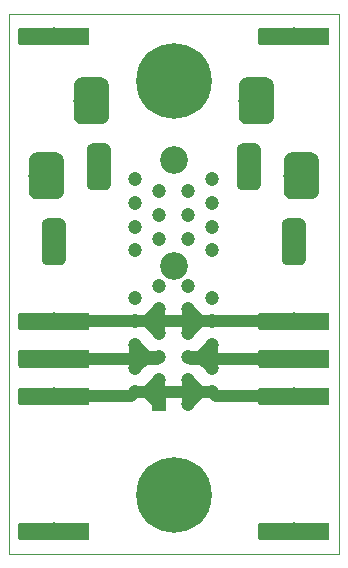
<source format=gbr>
%TF.GenerationSoftware,KiCad,Pcbnew,5.0.2-bee76a0~70~ubuntu16.04.1*%
%TF.CreationDate,2019-06-19T10:23:05+02:00*%
%TF.ProjectId,baseplate_in_output,62617365-706c-4617-9465-5f696e5f6f75,rev?*%
%TF.SameCoordinates,Original*%
%TF.FileFunction,Copper,L1,Top*%
%TF.FilePolarity,Positive*%
%FSLAX46Y46*%
G04 Gerber Fmt 4.6, Leading zero omitted, Abs format (unit mm)*
G04 Created by KiCad (PCBNEW 5.0.2-bee76a0~70~ubuntu16.04.1) date Mi 19 Jun 2019 10:23:05 CEST*
%MOMM*%
%LPD*%
G01*
G04 APERTURE LIST*
%ADD10C,0.100000*%
%ADD11R,1.200000X1.200000*%
%ADD12C,1.200000*%
%ADD13C,2.350000*%
%ADD14C,2.000000*%
%ADD15C,3.000000*%
%ADD16C,6.400000*%
%ADD17C,1.500000*%
%ADD18C,1.000000*%
G04 APERTURE END LIST*
D10*
X25400000Y-58420000D02*
X25400000Y-12700000D01*
X53340000Y-58420000D02*
X25400000Y-58420000D01*
X53340000Y-12700000D02*
X53340000Y-58420000D01*
X25400000Y-12700000D02*
X53340000Y-12700000D01*
D11*
X38100000Y-45720000D03*
D12*
X36100000Y-44720000D03*
X38100000Y-43720000D03*
X36100000Y-42720000D03*
X38100000Y-41720000D03*
X36100000Y-40720000D03*
X38100000Y-39720000D03*
X36100000Y-38720000D03*
X38100000Y-37720000D03*
X36100000Y-36720000D03*
X38100000Y-35720000D03*
X36100000Y-32720000D03*
X38100000Y-31720000D03*
X36100000Y-30720000D03*
X38100000Y-29720000D03*
X36100000Y-28720000D03*
X38100000Y-27720000D03*
X36100000Y-26720000D03*
X40600000Y-45720000D03*
X42600000Y-44720000D03*
X40600000Y-43720000D03*
X42600000Y-42720000D03*
X40600000Y-41720000D03*
X42600000Y-40720000D03*
X40600000Y-39720000D03*
X42600000Y-38720000D03*
X40600000Y-37720000D03*
X42600000Y-36720000D03*
X40600000Y-35720000D03*
X42600000Y-32720000D03*
X40600000Y-31720000D03*
X42600000Y-30720000D03*
X40600000Y-29720000D03*
X42600000Y-28720000D03*
X40600000Y-27720000D03*
X42600000Y-26720000D03*
D13*
X39350000Y-34070000D03*
X39350000Y-25070000D03*
D10*
G36*
X50079009Y-30006408D02*
X50127545Y-30013607D01*
X50175142Y-30025530D01*
X50221342Y-30042060D01*
X50265698Y-30063039D01*
X50307785Y-30088265D01*
X50347197Y-30117495D01*
X50383553Y-30150447D01*
X50416505Y-30186803D01*
X50445735Y-30226215D01*
X50470961Y-30268302D01*
X50491940Y-30312658D01*
X50508470Y-30358858D01*
X50520393Y-30406455D01*
X50527592Y-30454991D01*
X50530000Y-30504000D01*
X50530000Y-33504000D01*
X50527592Y-33553009D01*
X50520393Y-33601545D01*
X50508470Y-33649142D01*
X50491940Y-33695342D01*
X50470961Y-33739698D01*
X50445735Y-33781785D01*
X50416505Y-33821197D01*
X50383553Y-33857553D01*
X50347197Y-33890505D01*
X50307785Y-33919735D01*
X50265698Y-33944961D01*
X50221342Y-33965940D01*
X50175142Y-33982470D01*
X50127545Y-33994393D01*
X50079009Y-34001592D01*
X50030000Y-34004000D01*
X49030000Y-34004000D01*
X48980991Y-34001592D01*
X48932455Y-33994393D01*
X48884858Y-33982470D01*
X48838658Y-33965940D01*
X48794302Y-33944961D01*
X48752215Y-33919735D01*
X48712803Y-33890505D01*
X48676447Y-33857553D01*
X48643495Y-33821197D01*
X48614265Y-33781785D01*
X48589039Y-33739698D01*
X48568060Y-33695342D01*
X48551530Y-33649142D01*
X48539607Y-33601545D01*
X48532408Y-33553009D01*
X48530000Y-33504000D01*
X48530000Y-30504000D01*
X48532408Y-30454991D01*
X48539607Y-30406455D01*
X48551530Y-30358858D01*
X48568060Y-30312658D01*
X48589039Y-30268302D01*
X48614265Y-30226215D01*
X48643495Y-30186803D01*
X48676447Y-30150447D01*
X48712803Y-30117495D01*
X48752215Y-30088265D01*
X48794302Y-30063039D01*
X48838658Y-30042060D01*
X48884858Y-30025530D01*
X48932455Y-30013607D01*
X48980991Y-30006408D01*
X49030000Y-30004000D01*
X50030000Y-30004000D01*
X50079009Y-30006408D01*
X50079009Y-30006408D01*
G37*
D14*
X49530000Y-32004000D03*
D10*
G36*
X50988513Y-24419611D02*
X51061318Y-24430411D01*
X51132714Y-24448295D01*
X51202013Y-24473090D01*
X51268548Y-24504559D01*
X51331678Y-24542398D01*
X51390795Y-24586242D01*
X51445330Y-24635670D01*
X51494758Y-24690205D01*
X51538602Y-24749322D01*
X51576441Y-24812452D01*
X51607910Y-24878987D01*
X51632705Y-24948286D01*
X51650589Y-25019682D01*
X51661389Y-25092487D01*
X51665000Y-25166000D01*
X51665000Y-27666000D01*
X51661389Y-27739513D01*
X51650589Y-27812318D01*
X51632705Y-27883714D01*
X51607910Y-27953013D01*
X51576441Y-28019548D01*
X51538602Y-28082678D01*
X51494758Y-28141795D01*
X51445330Y-28196330D01*
X51390795Y-28245758D01*
X51331678Y-28289602D01*
X51268548Y-28327441D01*
X51202013Y-28358910D01*
X51132714Y-28383705D01*
X51061318Y-28401589D01*
X50988513Y-28412389D01*
X50915000Y-28416000D01*
X49415000Y-28416000D01*
X49341487Y-28412389D01*
X49268682Y-28401589D01*
X49197286Y-28383705D01*
X49127987Y-28358910D01*
X49061452Y-28327441D01*
X48998322Y-28289602D01*
X48939205Y-28245758D01*
X48884670Y-28196330D01*
X48835242Y-28141795D01*
X48791398Y-28082678D01*
X48753559Y-28019548D01*
X48722090Y-27953013D01*
X48697295Y-27883714D01*
X48679411Y-27812318D01*
X48668611Y-27739513D01*
X48665000Y-27666000D01*
X48665000Y-25166000D01*
X48668611Y-25092487D01*
X48679411Y-25019682D01*
X48697295Y-24948286D01*
X48722090Y-24878987D01*
X48753559Y-24812452D01*
X48791398Y-24749322D01*
X48835242Y-24690205D01*
X48884670Y-24635670D01*
X48939205Y-24586242D01*
X48998322Y-24542398D01*
X49061452Y-24504559D01*
X49127987Y-24473090D01*
X49197286Y-24448295D01*
X49268682Y-24430411D01*
X49341487Y-24419611D01*
X49415000Y-24416000D01*
X50915000Y-24416000D01*
X50988513Y-24419611D01*
X50988513Y-24419611D01*
G37*
D15*
X50165000Y-26416000D03*
D10*
G36*
X47178513Y-18069611D02*
X47251318Y-18080411D01*
X47322714Y-18098295D01*
X47392013Y-18123090D01*
X47458548Y-18154559D01*
X47521678Y-18192398D01*
X47580795Y-18236242D01*
X47635330Y-18285670D01*
X47684758Y-18340205D01*
X47728602Y-18399322D01*
X47766441Y-18462452D01*
X47797910Y-18528987D01*
X47822705Y-18598286D01*
X47840589Y-18669682D01*
X47851389Y-18742487D01*
X47855000Y-18816000D01*
X47855000Y-21316000D01*
X47851389Y-21389513D01*
X47840589Y-21462318D01*
X47822705Y-21533714D01*
X47797910Y-21603013D01*
X47766441Y-21669548D01*
X47728602Y-21732678D01*
X47684758Y-21791795D01*
X47635330Y-21846330D01*
X47580795Y-21895758D01*
X47521678Y-21939602D01*
X47458548Y-21977441D01*
X47392013Y-22008910D01*
X47322714Y-22033705D01*
X47251318Y-22051589D01*
X47178513Y-22062389D01*
X47105000Y-22066000D01*
X45605000Y-22066000D01*
X45531487Y-22062389D01*
X45458682Y-22051589D01*
X45387286Y-22033705D01*
X45317987Y-22008910D01*
X45251452Y-21977441D01*
X45188322Y-21939602D01*
X45129205Y-21895758D01*
X45074670Y-21846330D01*
X45025242Y-21791795D01*
X44981398Y-21732678D01*
X44943559Y-21669548D01*
X44912090Y-21603013D01*
X44887295Y-21533714D01*
X44869411Y-21462318D01*
X44858611Y-21389513D01*
X44855000Y-21316000D01*
X44855000Y-18816000D01*
X44858611Y-18742487D01*
X44869411Y-18669682D01*
X44887295Y-18598286D01*
X44912090Y-18528987D01*
X44943559Y-18462452D01*
X44981398Y-18399322D01*
X45025242Y-18340205D01*
X45074670Y-18285670D01*
X45129205Y-18236242D01*
X45188322Y-18192398D01*
X45251452Y-18154559D01*
X45317987Y-18123090D01*
X45387286Y-18098295D01*
X45458682Y-18080411D01*
X45531487Y-18069611D01*
X45605000Y-18066000D01*
X47105000Y-18066000D01*
X47178513Y-18069611D01*
X47178513Y-18069611D01*
G37*
D15*
X46355000Y-20066000D03*
D10*
G36*
X46269009Y-23656408D02*
X46317545Y-23663607D01*
X46365142Y-23675530D01*
X46411342Y-23692060D01*
X46455698Y-23713039D01*
X46497785Y-23738265D01*
X46537197Y-23767495D01*
X46573553Y-23800447D01*
X46606505Y-23836803D01*
X46635735Y-23876215D01*
X46660961Y-23918302D01*
X46681940Y-23962658D01*
X46698470Y-24008858D01*
X46710393Y-24056455D01*
X46717592Y-24104991D01*
X46720000Y-24154000D01*
X46720000Y-27154000D01*
X46717592Y-27203009D01*
X46710393Y-27251545D01*
X46698470Y-27299142D01*
X46681940Y-27345342D01*
X46660961Y-27389698D01*
X46635735Y-27431785D01*
X46606505Y-27471197D01*
X46573553Y-27507553D01*
X46537197Y-27540505D01*
X46497785Y-27569735D01*
X46455698Y-27594961D01*
X46411342Y-27615940D01*
X46365142Y-27632470D01*
X46317545Y-27644393D01*
X46269009Y-27651592D01*
X46220000Y-27654000D01*
X45220000Y-27654000D01*
X45170991Y-27651592D01*
X45122455Y-27644393D01*
X45074858Y-27632470D01*
X45028658Y-27615940D01*
X44984302Y-27594961D01*
X44942215Y-27569735D01*
X44902803Y-27540505D01*
X44866447Y-27507553D01*
X44833495Y-27471197D01*
X44804265Y-27431785D01*
X44779039Y-27389698D01*
X44758060Y-27345342D01*
X44741530Y-27299142D01*
X44729607Y-27251545D01*
X44722408Y-27203009D01*
X44720000Y-27154000D01*
X44720000Y-24154000D01*
X44722408Y-24104991D01*
X44729607Y-24056455D01*
X44741530Y-24008858D01*
X44758060Y-23962658D01*
X44779039Y-23918302D01*
X44804265Y-23876215D01*
X44833495Y-23836803D01*
X44866447Y-23800447D01*
X44902803Y-23767495D01*
X44942215Y-23738265D01*
X44984302Y-23713039D01*
X45028658Y-23692060D01*
X45074858Y-23675530D01*
X45122455Y-23663607D01*
X45170991Y-23656408D01*
X45220000Y-23654000D01*
X46220000Y-23654000D01*
X46269009Y-23656408D01*
X46269009Y-23656408D01*
G37*
D14*
X45720000Y-25654000D03*
D16*
X39370000Y-18415000D03*
X39370000Y-53415000D03*
D10*
G36*
X29759009Y-30006408D02*
X29807545Y-30013607D01*
X29855142Y-30025530D01*
X29901342Y-30042060D01*
X29945698Y-30063039D01*
X29987785Y-30088265D01*
X30027197Y-30117495D01*
X30063553Y-30150447D01*
X30096505Y-30186803D01*
X30125735Y-30226215D01*
X30150961Y-30268302D01*
X30171940Y-30312658D01*
X30188470Y-30358858D01*
X30200393Y-30406455D01*
X30207592Y-30454991D01*
X30210000Y-30504000D01*
X30210000Y-33504000D01*
X30207592Y-33553009D01*
X30200393Y-33601545D01*
X30188470Y-33649142D01*
X30171940Y-33695342D01*
X30150961Y-33739698D01*
X30125735Y-33781785D01*
X30096505Y-33821197D01*
X30063553Y-33857553D01*
X30027197Y-33890505D01*
X29987785Y-33919735D01*
X29945698Y-33944961D01*
X29901342Y-33965940D01*
X29855142Y-33982470D01*
X29807545Y-33994393D01*
X29759009Y-34001592D01*
X29710000Y-34004000D01*
X28710000Y-34004000D01*
X28660991Y-34001592D01*
X28612455Y-33994393D01*
X28564858Y-33982470D01*
X28518658Y-33965940D01*
X28474302Y-33944961D01*
X28432215Y-33919735D01*
X28392803Y-33890505D01*
X28356447Y-33857553D01*
X28323495Y-33821197D01*
X28294265Y-33781785D01*
X28269039Y-33739698D01*
X28248060Y-33695342D01*
X28231530Y-33649142D01*
X28219607Y-33601545D01*
X28212408Y-33553009D01*
X28210000Y-33504000D01*
X28210000Y-30504000D01*
X28212408Y-30454991D01*
X28219607Y-30406455D01*
X28231530Y-30358858D01*
X28248060Y-30312658D01*
X28269039Y-30268302D01*
X28294265Y-30226215D01*
X28323495Y-30186803D01*
X28356447Y-30150447D01*
X28392803Y-30117495D01*
X28432215Y-30088265D01*
X28474302Y-30063039D01*
X28518658Y-30042060D01*
X28564858Y-30025530D01*
X28612455Y-30013607D01*
X28660991Y-30006408D01*
X28710000Y-30004000D01*
X29710000Y-30004000D01*
X29759009Y-30006408D01*
X29759009Y-30006408D01*
G37*
D14*
X29210000Y-32004000D03*
D10*
G36*
X29398513Y-24419611D02*
X29471318Y-24430411D01*
X29542714Y-24448295D01*
X29612013Y-24473090D01*
X29678548Y-24504559D01*
X29741678Y-24542398D01*
X29800795Y-24586242D01*
X29855330Y-24635670D01*
X29904758Y-24690205D01*
X29948602Y-24749322D01*
X29986441Y-24812452D01*
X30017910Y-24878987D01*
X30042705Y-24948286D01*
X30060589Y-25019682D01*
X30071389Y-25092487D01*
X30075000Y-25166000D01*
X30075000Y-27666000D01*
X30071389Y-27739513D01*
X30060589Y-27812318D01*
X30042705Y-27883714D01*
X30017910Y-27953013D01*
X29986441Y-28019548D01*
X29948602Y-28082678D01*
X29904758Y-28141795D01*
X29855330Y-28196330D01*
X29800795Y-28245758D01*
X29741678Y-28289602D01*
X29678548Y-28327441D01*
X29612013Y-28358910D01*
X29542714Y-28383705D01*
X29471318Y-28401589D01*
X29398513Y-28412389D01*
X29325000Y-28416000D01*
X27825000Y-28416000D01*
X27751487Y-28412389D01*
X27678682Y-28401589D01*
X27607286Y-28383705D01*
X27537987Y-28358910D01*
X27471452Y-28327441D01*
X27408322Y-28289602D01*
X27349205Y-28245758D01*
X27294670Y-28196330D01*
X27245242Y-28141795D01*
X27201398Y-28082678D01*
X27163559Y-28019548D01*
X27132090Y-27953013D01*
X27107295Y-27883714D01*
X27089411Y-27812318D01*
X27078611Y-27739513D01*
X27075000Y-27666000D01*
X27075000Y-25166000D01*
X27078611Y-25092487D01*
X27089411Y-25019682D01*
X27107295Y-24948286D01*
X27132090Y-24878987D01*
X27163559Y-24812452D01*
X27201398Y-24749322D01*
X27245242Y-24690205D01*
X27294670Y-24635670D01*
X27349205Y-24586242D01*
X27408322Y-24542398D01*
X27471452Y-24504559D01*
X27537987Y-24473090D01*
X27607286Y-24448295D01*
X27678682Y-24430411D01*
X27751487Y-24419611D01*
X27825000Y-24416000D01*
X29325000Y-24416000D01*
X29398513Y-24419611D01*
X29398513Y-24419611D01*
G37*
D15*
X28575000Y-26416000D03*
D10*
G36*
X33208513Y-18069611D02*
X33281318Y-18080411D01*
X33352714Y-18098295D01*
X33422013Y-18123090D01*
X33488548Y-18154559D01*
X33551678Y-18192398D01*
X33610795Y-18236242D01*
X33665330Y-18285670D01*
X33714758Y-18340205D01*
X33758602Y-18399322D01*
X33796441Y-18462452D01*
X33827910Y-18528987D01*
X33852705Y-18598286D01*
X33870589Y-18669682D01*
X33881389Y-18742487D01*
X33885000Y-18816000D01*
X33885000Y-21316000D01*
X33881389Y-21389513D01*
X33870589Y-21462318D01*
X33852705Y-21533714D01*
X33827910Y-21603013D01*
X33796441Y-21669548D01*
X33758602Y-21732678D01*
X33714758Y-21791795D01*
X33665330Y-21846330D01*
X33610795Y-21895758D01*
X33551678Y-21939602D01*
X33488548Y-21977441D01*
X33422013Y-22008910D01*
X33352714Y-22033705D01*
X33281318Y-22051589D01*
X33208513Y-22062389D01*
X33135000Y-22066000D01*
X31635000Y-22066000D01*
X31561487Y-22062389D01*
X31488682Y-22051589D01*
X31417286Y-22033705D01*
X31347987Y-22008910D01*
X31281452Y-21977441D01*
X31218322Y-21939602D01*
X31159205Y-21895758D01*
X31104670Y-21846330D01*
X31055242Y-21791795D01*
X31011398Y-21732678D01*
X30973559Y-21669548D01*
X30942090Y-21603013D01*
X30917295Y-21533714D01*
X30899411Y-21462318D01*
X30888611Y-21389513D01*
X30885000Y-21316000D01*
X30885000Y-18816000D01*
X30888611Y-18742487D01*
X30899411Y-18669682D01*
X30917295Y-18598286D01*
X30942090Y-18528987D01*
X30973559Y-18462452D01*
X31011398Y-18399322D01*
X31055242Y-18340205D01*
X31104670Y-18285670D01*
X31159205Y-18236242D01*
X31218322Y-18192398D01*
X31281452Y-18154559D01*
X31347987Y-18123090D01*
X31417286Y-18098295D01*
X31488682Y-18080411D01*
X31561487Y-18069611D01*
X31635000Y-18066000D01*
X33135000Y-18066000D01*
X33208513Y-18069611D01*
X33208513Y-18069611D01*
G37*
D15*
X32385000Y-20066000D03*
D10*
G36*
X33569009Y-23656408D02*
X33617545Y-23663607D01*
X33665142Y-23675530D01*
X33711342Y-23692060D01*
X33755698Y-23713039D01*
X33797785Y-23738265D01*
X33837197Y-23767495D01*
X33873553Y-23800447D01*
X33906505Y-23836803D01*
X33935735Y-23876215D01*
X33960961Y-23918302D01*
X33981940Y-23962658D01*
X33998470Y-24008858D01*
X34010393Y-24056455D01*
X34017592Y-24104991D01*
X34020000Y-24154000D01*
X34020000Y-27154000D01*
X34017592Y-27203009D01*
X34010393Y-27251545D01*
X33998470Y-27299142D01*
X33981940Y-27345342D01*
X33960961Y-27389698D01*
X33935735Y-27431785D01*
X33906505Y-27471197D01*
X33873553Y-27507553D01*
X33837197Y-27540505D01*
X33797785Y-27569735D01*
X33755698Y-27594961D01*
X33711342Y-27615940D01*
X33665142Y-27632470D01*
X33617545Y-27644393D01*
X33569009Y-27651592D01*
X33520000Y-27654000D01*
X32520000Y-27654000D01*
X32470991Y-27651592D01*
X32422455Y-27644393D01*
X32374858Y-27632470D01*
X32328658Y-27615940D01*
X32284302Y-27594961D01*
X32242215Y-27569735D01*
X32202803Y-27540505D01*
X32166447Y-27507553D01*
X32133495Y-27471197D01*
X32104265Y-27431785D01*
X32079039Y-27389698D01*
X32058060Y-27345342D01*
X32041530Y-27299142D01*
X32029607Y-27251545D01*
X32022408Y-27203009D01*
X32020000Y-27154000D01*
X32020000Y-24154000D01*
X32022408Y-24104991D01*
X32029607Y-24056455D01*
X32041530Y-24008858D01*
X32058060Y-23962658D01*
X32079039Y-23918302D01*
X32104265Y-23876215D01*
X32133495Y-23836803D01*
X32166447Y-23800447D01*
X32202803Y-23767495D01*
X32242215Y-23738265D01*
X32284302Y-23713039D01*
X32328658Y-23692060D01*
X32374858Y-23675530D01*
X32422455Y-23663607D01*
X32470991Y-23656408D01*
X32520000Y-23654000D01*
X33520000Y-23654000D01*
X33569009Y-23656408D01*
X33569009Y-23656408D01*
G37*
D14*
X33020000Y-25654000D03*
D10*
G36*
X52394703Y-44335722D02*
X52409264Y-44337882D01*
X52423543Y-44341459D01*
X52437403Y-44346418D01*
X52450710Y-44352712D01*
X52463336Y-44360280D01*
X52475159Y-44369048D01*
X52486066Y-44378934D01*
X52495952Y-44389841D01*
X52504720Y-44401664D01*
X52512288Y-44414290D01*
X52518582Y-44427597D01*
X52523541Y-44441457D01*
X52527118Y-44455736D01*
X52529278Y-44470297D01*
X52530000Y-44485000D01*
X52530000Y-45685000D01*
X52529278Y-45699703D01*
X52527118Y-45714264D01*
X52523541Y-45728543D01*
X52518582Y-45742403D01*
X52512288Y-45755710D01*
X52504720Y-45768336D01*
X52495952Y-45780159D01*
X52486066Y-45791066D01*
X52475159Y-45800952D01*
X52463336Y-45809720D01*
X52450710Y-45817288D01*
X52437403Y-45823582D01*
X52423543Y-45828541D01*
X52409264Y-45832118D01*
X52394703Y-45834278D01*
X52380000Y-45835000D01*
X46680000Y-45835000D01*
X46665297Y-45834278D01*
X46650736Y-45832118D01*
X46636457Y-45828541D01*
X46622597Y-45823582D01*
X46609290Y-45817288D01*
X46596664Y-45809720D01*
X46584841Y-45800952D01*
X46573934Y-45791066D01*
X46564048Y-45780159D01*
X46555280Y-45768336D01*
X46547712Y-45755710D01*
X46541418Y-45742403D01*
X46536459Y-45728543D01*
X46532882Y-45714264D01*
X46530722Y-45699703D01*
X46530000Y-45685000D01*
X46530000Y-44485000D01*
X46530722Y-44470297D01*
X46532882Y-44455736D01*
X46536459Y-44441457D01*
X46541418Y-44427597D01*
X46547712Y-44414290D01*
X46555280Y-44401664D01*
X46564048Y-44389841D01*
X46573934Y-44378934D01*
X46584841Y-44369048D01*
X46596664Y-44360280D01*
X46609290Y-44352712D01*
X46622597Y-44346418D01*
X46636457Y-44341459D01*
X46650736Y-44337882D01*
X46665297Y-44335722D01*
X46680000Y-44335000D01*
X52380000Y-44335000D01*
X52394703Y-44335722D01*
X52394703Y-44335722D01*
G37*
D17*
X49530000Y-45085000D03*
D10*
G36*
X32074703Y-41160722D02*
X32089264Y-41162882D01*
X32103543Y-41166459D01*
X32117403Y-41171418D01*
X32130710Y-41177712D01*
X32143336Y-41185280D01*
X32155159Y-41194048D01*
X32166066Y-41203934D01*
X32175952Y-41214841D01*
X32184720Y-41226664D01*
X32192288Y-41239290D01*
X32198582Y-41252597D01*
X32203541Y-41266457D01*
X32207118Y-41280736D01*
X32209278Y-41295297D01*
X32210000Y-41310000D01*
X32210000Y-42510000D01*
X32209278Y-42524703D01*
X32207118Y-42539264D01*
X32203541Y-42553543D01*
X32198582Y-42567403D01*
X32192288Y-42580710D01*
X32184720Y-42593336D01*
X32175952Y-42605159D01*
X32166066Y-42616066D01*
X32155159Y-42625952D01*
X32143336Y-42634720D01*
X32130710Y-42642288D01*
X32117403Y-42648582D01*
X32103543Y-42653541D01*
X32089264Y-42657118D01*
X32074703Y-42659278D01*
X32060000Y-42660000D01*
X26360000Y-42660000D01*
X26345297Y-42659278D01*
X26330736Y-42657118D01*
X26316457Y-42653541D01*
X26302597Y-42648582D01*
X26289290Y-42642288D01*
X26276664Y-42634720D01*
X26264841Y-42625952D01*
X26253934Y-42616066D01*
X26244048Y-42605159D01*
X26235280Y-42593336D01*
X26227712Y-42580710D01*
X26221418Y-42567403D01*
X26216459Y-42553543D01*
X26212882Y-42539264D01*
X26210722Y-42524703D01*
X26210000Y-42510000D01*
X26210000Y-41310000D01*
X26210722Y-41295297D01*
X26212882Y-41280736D01*
X26216459Y-41266457D01*
X26221418Y-41252597D01*
X26227712Y-41239290D01*
X26235280Y-41226664D01*
X26244048Y-41214841D01*
X26253934Y-41203934D01*
X26264841Y-41194048D01*
X26276664Y-41185280D01*
X26289290Y-41177712D01*
X26302597Y-41171418D01*
X26316457Y-41166459D01*
X26330736Y-41162882D01*
X26345297Y-41160722D01*
X26360000Y-41160000D01*
X32060000Y-41160000D01*
X32074703Y-41160722D01*
X32074703Y-41160722D01*
G37*
D17*
X29210000Y-41910000D03*
D10*
G36*
X32074703Y-37985722D02*
X32089264Y-37987882D01*
X32103543Y-37991459D01*
X32117403Y-37996418D01*
X32130710Y-38002712D01*
X32143336Y-38010280D01*
X32155159Y-38019048D01*
X32166066Y-38028934D01*
X32175952Y-38039841D01*
X32184720Y-38051664D01*
X32192288Y-38064290D01*
X32198582Y-38077597D01*
X32203541Y-38091457D01*
X32207118Y-38105736D01*
X32209278Y-38120297D01*
X32210000Y-38135000D01*
X32210000Y-39335000D01*
X32209278Y-39349703D01*
X32207118Y-39364264D01*
X32203541Y-39378543D01*
X32198582Y-39392403D01*
X32192288Y-39405710D01*
X32184720Y-39418336D01*
X32175952Y-39430159D01*
X32166066Y-39441066D01*
X32155159Y-39450952D01*
X32143336Y-39459720D01*
X32130710Y-39467288D01*
X32117403Y-39473582D01*
X32103543Y-39478541D01*
X32089264Y-39482118D01*
X32074703Y-39484278D01*
X32060000Y-39485000D01*
X26360000Y-39485000D01*
X26345297Y-39484278D01*
X26330736Y-39482118D01*
X26316457Y-39478541D01*
X26302597Y-39473582D01*
X26289290Y-39467288D01*
X26276664Y-39459720D01*
X26264841Y-39450952D01*
X26253934Y-39441066D01*
X26244048Y-39430159D01*
X26235280Y-39418336D01*
X26227712Y-39405710D01*
X26221418Y-39392403D01*
X26216459Y-39378543D01*
X26212882Y-39364264D01*
X26210722Y-39349703D01*
X26210000Y-39335000D01*
X26210000Y-38135000D01*
X26210722Y-38120297D01*
X26212882Y-38105736D01*
X26216459Y-38091457D01*
X26221418Y-38077597D01*
X26227712Y-38064290D01*
X26235280Y-38051664D01*
X26244048Y-38039841D01*
X26253934Y-38028934D01*
X26264841Y-38019048D01*
X26276664Y-38010280D01*
X26289290Y-38002712D01*
X26302597Y-37996418D01*
X26316457Y-37991459D01*
X26330736Y-37987882D01*
X26345297Y-37985722D01*
X26360000Y-37985000D01*
X32060000Y-37985000D01*
X32074703Y-37985722D01*
X32074703Y-37985722D01*
G37*
D17*
X29210000Y-38735000D03*
D10*
G36*
X32074703Y-44335722D02*
X32089264Y-44337882D01*
X32103543Y-44341459D01*
X32117403Y-44346418D01*
X32130710Y-44352712D01*
X32143336Y-44360280D01*
X32155159Y-44369048D01*
X32166066Y-44378934D01*
X32175952Y-44389841D01*
X32184720Y-44401664D01*
X32192288Y-44414290D01*
X32198582Y-44427597D01*
X32203541Y-44441457D01*
X32207118Y-44455736D01*
X32209278Y-44470297D01*
X32210000Y-44485000D01*
X32210000Y-45685000D01*
X32209278Y-45699703D01*
X32207118Y-45714264D01*
X32203541Y-45728543D01*
X32198582Y-45742403D01*
X32192288Y-45755710D01*
X32184720Y-45768336D01*
X32175952Y-45780159D01*
X32166066Y-45791066D01*
X32155159Y-45800952D01*
X32143336Y-45809720D01*
X32130710Y-45817288D01*
X32117403Y-45823582D01*
X32103543Y-45828541D01*
X32089264Y-45832118D01*
X32074703Y-45834278D01*
X32060000Y-45835000D01*
X26360000Y-45835000D01*
X26345297Y-45834278D01*
X26330736Y-45832118D01*
X26316457Y-45828541D01*
X26302597Y-45823582D01*
X26289290Y-45817288D01*
X26276664Y-45809720D01*
X26264841Y-45800952D01*
X26253934Y-45791066D01*
X26244048Y-45780159D01*
X26235280Y-45768336D01*
X26227712Y-45755710D01*
X26221418Y-45742403D01*
X26216459Y-45728543D01*
X26212882Y-45714264D01*
X26210722Y-45699703D01*
X26210000Y-45685000D01*
X26210000Y-44485000D01*
X26210722Y-44470297D01*
X26212882Y-44455736D01*
X26216459Y-44441457D01*
X26221418Y-44427597D01*
X26227712Y-44414290D01*
X26235280Y-44401664D01*
X26244048Y-44389841D01*
X26253934Y-44378934D01*
X26264841Y-44369048D01*
X26276664Y-44360280D01*
X26289290Y-44352712D01*
X26302597Y-44346418D01*
X26316457Y-44341459D01*
X26330736Y-44337882D01*
X26345297Y-44335722D01*
X26360000Y-44335000D01*
X32060000Y-44335000D01*
X32074703Y-44335722D01*
X32074703Y-44335722D01*
G37*
D17*
X29210000Y-45085000D03*
D10*
G36*
X52394703Y-41160722D02*
X52409264Y-41162882D01*
X52423543Y-41166459D01*
X52437403Y-41171418D01*
X52450710Y-41177712D01*
X52463336Y-41185280D01*
X52475159Y-41194048D01*
X52486066Y-41203934D01*
X52495952Y-41214841D01*
X52504720Y-41226664D01*
X52512288Y-41239290D01*
X52518582Y-41252597D01*
X52523541Y-41266457D01*
X52527118Y-41280736D01*
X52529278Y-41295297D01*
X52530000Y-41310000D01*
X52530000Y-42510000D01*
X52529278Y-42524703D01*
X52527118Y-42539264D01*
X52523541Y-42553543D01*
X52518582Y-42567403D01*
X52512288Y-42580710D01*
X52504720Y-42593336D01*
X52495952Y-42605159D01*
X52486066Y-42616066D01*
X52475159Y-42625952D01*
X52463336Y-42634720D01*
X52450710Y-42642288D01*
X52437403Y-42648582D01*
X52423543Y-42653541D01*
X52409264Y-42657118D01*
X52394703Y-42659278D01*
X52380000Y-42660000D01*
X46680000Y-42660000D01*
X46665297Y-42659278D01*
X46650736Y-42657118D01*
X46636457Y-42653541D01*
X46622597Y-42648582D01*
X46609290Y-42642288D01*
X46596664Y-42634720D01*
X46584841Y-42625952D01*
X46573934Y-42616066D01*
X46564048Y-42605159D01*
X46555280Y-42593336D01*
X46547712Y-42580710D01*
X46541418Y-42567403D01*
X46536459Y-42553543D01*
X46532882Y-42539264D01*
X46530722Y-42524703D01*
X46530000Y-42510000D01*
X46530000Y-41310000D01*
X46530722Y-41295297D01*
X46532882Y-41280736D01*
X46536459Y-41266457D01*
X46541418Y-41252597D01*
X46547712Y-41239290D01*
X46555280Y-41226664D01*
X46564048Y-41214841D01*
X46573934Y-41203934D01*
X46584841Y-41194048D01*
X46596664Y-41185280D01*
X46609290Y-41177712D01*
X46622597Y-41171418D01*
X46636457Y-41166459D01*
X46650736Y-41162882D01*
X46665297Y-41160722D01*
X46680000Y-41160000D01*
X52380000Y-41160000D01*
X52394703Y-41160722D01*
X52394703Y-41160722D01*
G37*
D17*
X49530000Y-41910000D03*
D10*
G36*
X52394703Y-37985722D02*
X52409264Y-37987882D01*
X52423543Y-37991459D01*
X52437403Y-37996418D01*
X52450710Y-38002712D01*
X52463336Y-38010280D01*
X52475159Y-38019048D01*
X52486066Y-38028934D01*
X52495952Y-38039841D01*
X52504720Y-38051664D01*
X52512288Y-38064290D01*
X52518582Y-38077597D01*
X52523541Y-38091457D01*
X52527118Y-38105736D01*
X52529278Y-38120297D01*
X52530000Y-38135000D01*
X52530000Y-39335000D01*
X52529278Y-39349703D01*
X52527118Y-39364264D01*
X52523541Y-39378543D01*
X52518582Y-39392403D01*
X52512288Y-39405710D01*
X52504720Y-39418336D01*
X52495952Y-39430159D01*
X52486066Y-39441066D01*
X52475159Y-39450952D01*
X52463336Y-39459720D01*
X52450710Y-39467288D01*
X52437403Y-39473582D01*
X52423543Y-39478541D01*
X52409264Y-39482118D01*
X52394703Y-39484278D01*
X52380000Y-39485000D01*
X46680000Y-39485000D01*
X46665297Y-39484278D01*
X46650736Y-39482118D01*
X46636457Y-39478541D01*
X46622597Y-39473582D01*
X46609290Y-39467288D01*
X46596664Y-39459720D01*
X46584841Y-39450952D01*
X46573934Y-39441066D01*
X46564048Y-39430159D01*
X46555280Y-39418336D01*
X46547712Y-39405710D01*
X46541418Y-39392403D01*
X46536459Y-39378543D01*
X46532882Y-39364264D01*
X46530722Y-39349703D01*
X46530000Y-39335000D01*
X46530000Y-38135000D01*
X46530722Y-38120297D01*
X46532882Y-38105736D01*
X46536459Y-38091457D01*
X46541418Y-38077597D01*
X46547712Y-38064290D01*
X46555280Y-38051664D01*
X46564048Y-38039841D01*
X46573934Y-38028934D01*
X46584841Y-38019048D01*
X46596664Y-38010280D01*
X46609290Y-38002712D01*
X46622597Y-37996418D01*
X46636457Y-37991459D01*
X46650736Y-37987882D01*
X46665297Y-37985722D01*
X46680000Y-37985000D01*
X52380000Y-37985000D01*
X52394703Y-37985722D01*
X52394703Y-37985722D01*
G37*
D17*
X49530000Y-38735000D03*
D10*
G36*
X52394703Y-13855722D02*
X52409264Y-13857882D01*
X52423543Y-13861459D01*
X52437403Y-13866418D01*
X52450710Y-13872712D01*
X52463336Y-13880280D01*
X52475159Y-13889048D01*
X52486066Y-13898934D01*
X52495952Y-13909841D01*
X52504720Y-13921664D01*
X52512288Y-13934290D01*
X52518582Y-13947597D01*
X52523541Y-13961457D01*
X52527118Y-13975736D01*
X52529278Y-13990297D01*
X52530000Y-14005000D01*
X52530000Y-15205000D01*
X52529278Y-15219703D01*
X52527118Y-15234264D01*
X52523541Y-15248543D01*
X52518582Y-15262403D01*
X52512288Y-15275710D01*
X52504720Y-15288336D01*
X52495952Y-15300159D01*
X52486066Y-15311066D01*
X52475159Y-15320952D01*
X52463336Y-15329720D01*
X52450710Y-15337288D01*
X52437403Y-15343582D01*
X52423543Y-15348541D01*
X52409264Y-15352118D01*
X52394703Y-15354278D01*
X52380000Y-15355000D01*
X46680000Y-15355000D01*
X46665297Y-15354278D01*
X46650736Y-15352118D01*
X46636457Y-15348541D01*
X46622597Y-15343582D01*
X46609290Y-15337288D01*
X46596664Y-15329720D01*
X46584841Y-15320952D01*
X46573934Y-15311066D01*
X46564048Y-15300159D01*
X46555280Y-15288336D01*
X46547712Y-15275710D01*
X46541418Y-15262403D01*
X46536459Y-15248543D01*
X46532882Y-15234264D01*
X46530722Y-15219703D01*
X46530000Y-15205000D01*
X46530000Y-14005000D01*
X46530722Y-13990297D01*
X46532882Y-13975736D01*
X46536459Y-13961457D01*
X46541418Y-13947597D01*
X46547712Y-13934290D01*
X46555280Y-13921664D01*
X46564048Y-13909841D01*
X46573934Y-13898934D01*
X46584841Y-13889048D01*
X46596664Y-13880280D01*
X46609290Y-13872712D01*
X46622597Y-13866418D01*
X46636457Y-13861459D01*
X46650736Y-13857882D01*
X46665297Y-13855722D01*
X46680000Y-13855000D01*
X52380000Y-13855000D01*
X52394703Y-13855722D01*
X52394703Y-13855722D01*
G37*
D17*
X49530000Y-14605000D03*
D10*
G36*
X32074703Y-13855722D02*
X32089264Y-13857882D01*
X32103543Y-13861459D01*
X32117403Y-13866418D01*
X32130710Y-13872712D01*
X32143336Y-13880280D01*
X32155159Y-13889048D01*
X32166066Y-13898934D01*
X32175952Y-13909841D01*
X32184720Y-13921664D01*
X32192288Y-13934290D01*
X32198582Y-13947597D01*
X32203541Y-13961457D01*
X32207118Y-13975736D01*
X32209278Y-13990297D01*
X32210000Y-14005000D01*
X32210000Y-15205000D01*
X32209278Y-15219703D01*
X32207118Y-15234264D01*
X32203541Y-15248543D01*
X32198582Y-15262403D01*
X32192288Y-15275710D01*
X32184720Y-15288336D01*
X32175952Y-15300159D01*
X32166066Y-15311066D01*
X32155159Y-15320952D01*
X32143336Y-15329720D01*
X32130710Y-15337288D01*
X32117403Y-15343582D01*
X32103543Y-15348541D01*
X32089264Y-15352118D01*
X32074703Y-15354278D01*
X32060000Y-15355000D01*
X26360000Y-15355000D01*
X26345297Y-15354278D01*
X26330736Y-15352118D01*
X26316457Y-15348541D01*
X26302597Y-15343582D01*
X26289290Y-15337288D01*
X26276664Y-15329720D01*
X26264841Y-15320952D01*
X26253934Y-15311066D01*
X26244048Y-15300159D01*
X26235280Y-15288336D01*
X26227712Y-15275710D01*
X26221418Y-15262403D01*
X26216459Y-15248543D01*
X26212882Y-15234264D01*
X26210722Y-15219703D01*
X26210000Y-15205000D01*
X26210000Y-14005000D01*
X26210722Y-13990297D01*
X26212882Y-13975736D01*
X26216459Y-13961457D01*
X26221418Y-13947597D01*
X26227712Y-13934290D01*
X26235280Y-13921664D01*
X26244048Y-13909841D01*
X26253934Y-13898934D01*
X26264841Y-13889048D01*
X26276664Y-13880280D01*
X26289290Y-13872712D01*
X26302597Y-13866418D01*
X26316457Y-13861459D01*
X26330736Y-13857882D01*
X26345297Y-13855722D01*
X26360000Y-13855000D01*
X32060000Y-13855000D01*
X32074703Y-13855722D01*
X32074703Y-13855722D01*
G37*
D17*
X29210000Y-14605000D03*
D10*
G36*
X52394703Y-55765722D02*
X52409264Y-55767882D01*
X52423543Y-55771459D01*
X52437403Y-55776418D01*
X52450710Y-55782712D01*
X52463336Y-55790280D01*
X52475159Y-55799048D01*
X52486066Y-55808934D01*
X52495952Y-55819841D01*
X52504720Y-55831664D01*
X52512288Y-55844290D01*
X52518582Y-55857597D01*
X52523541Y-55871457D01*
X52527118Y-55885736D01*
X52529278Y-55900297D01*
X52530000Y-55915000D01*
X52530000Y-57115000D01*
X52529278Y-57129703D01*
X52527118Y-57144264D01*
X52523541Y-57158543D01*
X52518582Y-57172403D01*
X52512288Y-57185710D01*
X52504720Y-57198336D01*
X52495952Y-57210159D01*
X52486066Y-57221066D01*
X52475159Y-57230952D01*
X52463336Y-57239720D01*
X52450710Y-57247288D01*
X52437403Y-57253582D01*
X52423543Y-57258541D01*
X52409264Y-57262118D01*
X52394703Y-57264278D01*
X52380000Y-57265000D01*
X46680000Y-57265000D01*
X46665297Y-57264278D01*
X46650736Y-57262118D01*
X46636457Y-57258541D01*
X46622597Y-57253582D01*
X46609290Y-57247288D01*
X46596664Y-57239720D01*
X46584841Y-57230952D01*
X46573934Y-57221066D01*
X46564048Y-57210159D01*
X46555280Y-57198336D01*
X46547712Y-57185710D01*
X46541418Y-57172403D01*
X46536459Y-57158543D01*
X46532882Y-57144264D01*
X46530722Y-57129703D01*
X46530000Y-57115000D01*
X46530000Y-55915000D01*
X46530722Y-55900297D01*
X46532882Y-55885736D01*
X46536459Y-55871457D01*
X46541418Y-55857597D01*
X46547712Y-55844290D01*
X46555280Y-55831664D01*
X46564048Y-55819841D01*
X46573934Y-55808934D01*
X46584841Y-55799048D01*
X46596664Y-55790280D01*
X46609290Y-55782712D01*
X46622597Y-55776418D01*
X46636457Y-55771459D01*
X46650736Y-55767882D01*
X46665297Y-55765722D01*
X46680000Y-55765000D01*
X52380000Y-55765000D01*
X52394703Y-55765722D01*
X52394703Y-55765722D01*
G37*
D17*
X49530000Y-56515000D03*
D10*
G36*
X32074703Y-55765722D02*
X32089264Y-55767882D01*
X32103543Y-55771459D01*
X32117403Y-55776418D01*
X32130710Y-55782712D01*
X32143336Y-55790280D01*
X32155159Y-55799048D01*
X32166066Y-55808934D01*
X32175952Y-55819841D01*
X32184720Y-55831664D01*
X32192288Y-55844290D01*
X32198582Y-55857597D01*
X32203541Y-55871457D01*
X32207118Y-55885736D01*
X32209278Y-55900297D01*
X32210000Y-55915000D01*
X32210000Y-57115000D01*
X32209278Y-57129703D01*
X32207118Y-57144264D01*
X32203541Y-57158543D01*
X32198582Y-57172403D01*
X32192288Y-57185710D01*
X32184720Y-57198336D01*
X32175952Y-57210159D01*
X32166066Y-57221066D01*
X32155159Y-57230952D01*
X32143336Y-57239720D01*
X32130710Y-57247288D01*
X32117403Y-57253582D01*
X32103543Y-57258541D01*
X32089264Y-57262118D01*
X32074703Y-57264278D01*
X32060000Y-57265000D01*
X26360000Y-57265000D01*
X26345297Y-57264278D01*
X26330736Y-57262118D01*
X26316457Y-57258541D01*
X26302597Y-57253582D01*
X26289290Y-57247288D01*
X26276664Y-57239720D01*
X26264841Y-57230952D01*
X26253934Y-57221066D01*
X26244048Y-57210159D01*
X26235280Y-57198336D01*
X26227712Y-57185710D01*
X26221418Y-57172403D01*
X26216459Y-57158543D01*
X26212882Y-57144264D01*
X26210722Y-57129703D01*
X26210000Y-57115000D01*
X26210000Y-55915000D01*
X26210722Y-55900297D01*
X26212882Y-55885736D01*
X26216459Y-55871457D01*
X26221418Y-55857597D01*
X26227712Y-55844290D01*
X26235280Y-55831664D01*
X26244048Y-55819841D01*
X26253934Y-55808934D01*
X26264841Y-55799048D01*
X26276664Y-55790280D01*
X26289290Y-55782712D01*
X26302597Y-55776418D01*
X26316457Y-55771459D01*
X26330736Y-55767882D01*
X26345297Y-55765722D01*
X26360000Y-55765000D01*
X32060000Y-55765000D01*
X32074703Y-55765722D01*
X32074703Y-55765722D01*
G37*
D17*
X29210000Y-56515000D03*
D18*
X42600000Y-40720000D02*
X42600000Y-42720000D01*
X36100000Y-40720000D02*
X36100000Y-42720000D01*
X37100000Y-41720000D02*
X36100000Y-40720000D01*
X37100000Y-41720000D02*
X36100000Y-42720000D01*
X38100000Y-41720000D02*
X37100000Y-41720000D01*
X41600000Y-41720000D02*
X42600000Y-40720000D01*
X41600000Y-41720000D02*
X42600000Y-42720000D01*
X40600000Y-41720000D02*
X41600000Y-41720000D01*
X40790000Y-41910000D02*
X40600000Y-41720000D01*
X50165000Y-41910000D02*
X40790000Y-41910000D01*
X37910000Y-41910000D02*
X38100000Y-41720000D01*
X28575000Y-41910000D02*
X37910000Y-41910000D01*
X37100000Y-38720000D02*
X38100000Y-37720000D01*
X36100000Y-38720000D02*
X37100000Y-38720000D01*
X38100000Y-39720000D02*
X37100000Y-38720000D01*
X41600000Y-38720000D02*
X40600000Y-37720000D01*
X42600000Y-38720000D02*
X41600000Y-38720000D01*
X40600000Y-39720000D02*
X41600000Y-38720000D01*
X38100000Y-39720000D02*
X38100000Y-37720000D01*
X40600000Y-37720000D02*
X40600000Y-39720000D01*
X36100000Y-38720000D02*
X42600000Y-38720000D01*
X36085000Y-38735000D02*
X36100000Y-38720000D01*
X28575000Y-38735000D02*
X36085000Y-38735000D01*
X42615000Y-38735000D02*
X42600000Y-38720000D01*
X50165000Y-38735000D02*
X42615000Y-38735000D01*
X37100000Y-44720000D02*
X38100000Y-43720000D01*
X36100000Y-44720000D02*
X37100000Y-44720000D01*
X41600000Y-44720000D02*
X40600000Y-43720000D01*
X42600000Y-44720000D02*
X41600000Y-44720000D01*
X40600000Y-45720000D02*
X41600000Y-44720000D01*
X38100000Y-45720000D02*
X37100000Y-44720000D01*
X40600000Y-43720000D02*
X40600000Y-45720000D01*
X38100000Y-45720000D02*
X38100000Y-43720000D01*
X36100000Y-44720000D02*
X42600000Y-44720000D01*
X42965000Y-45085000D02*
X42600000Y-44720000D01*
X50165000Y-45085000D02*
X42965000Y-45085000D01*
X35735000Y-45085000D02*
X36100000Y-44720000D01*
X28575000Y-45085000D02*
X35735000Y-45085000D01*
M02*

</source>
